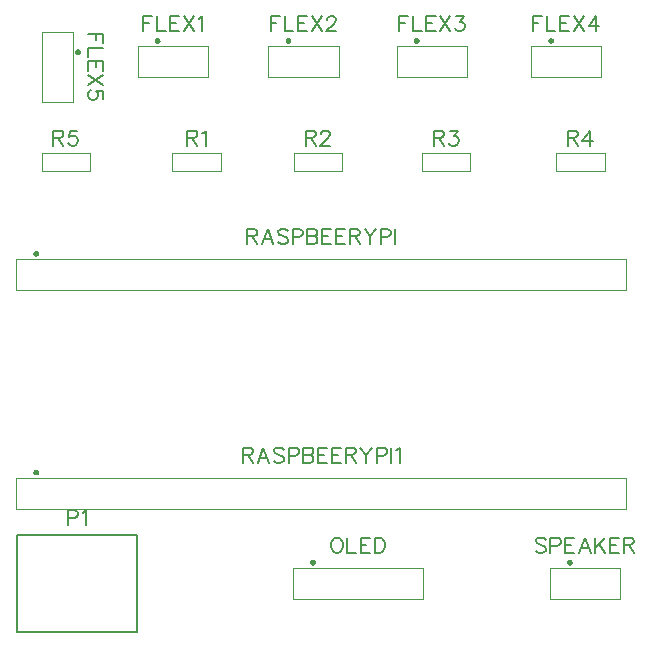
<source format=gbr>
G04 DipTrace 4.2.0.1*
G04 TopSilk.gbr*
%MOIN*%
G04 #@! TF.FileFunction,Legend,Top*
G04 #@! TF.Part,Single*
%ADD10C,0.004724*%
%ADD18C,0.005*%
%ADD40C,0.00772*%
%FSLAX26Y26*%
G04*
G70*
G90*
G75*
G01*
G04 TopSilk*
%LPD*%
X1110860Y2486315D2*
D10*
Y2381591D1*
X1344718D1*
Y2486315D1*
X1110860D1*
G36*
X1168104Y2503087D2*
X1168187Y2504351D1*
X1168434Y2505593D1*
X1168841Y2506793D1*
X1169401Y2507929D1*
X1170105Y2508982D1*
X1170940Y2509935D1*
X1171893Y2510770D1*
X1172946Y2511474D1*
X1174082Y2512034D1*
X1175282Y2512442D1*
X1176525Y2512689D1*
X1177789Y2512772D1*
X1179053Y2512689D1*
X1180295Y2512442D1*
X1181495Y2512034D1*
X1182631Y2511474D1*
X1183685Y2510770D1*
X1184637Y2509935D1*
X1185472Y2508982D1*
X1186176Y2507929D1*
X1186737Y2506793D1*
X1187144Y2505593D1*
X1187391Y2504351D1*
X1187474Y2503087D1*
D1*
X1187391Y2501822D1*
X1187144Y2500580D1*
X1186737Y2499380D1*
X1186176Y2498244D1*
X1185472Y2497191D1*
X1184637Y2496238D1*
X1183685Y2495403D1*
X1182631Y2494699D1*
X1181495Y2494139D1*
X1180295Y2493732D1*
X1179053Y2493484D1*
X1177789Y2493402D1*
X1176525Y2493484D1*
X1175282Y2493732D1*
X1174082Y2494139D1*
X1172946Y2494699D1*
X1171893Y2495403D1*
X1170940Y2496238D1*
X1170105Y2497191D1*
X1169401Y2498244D1*
X1168841Y2499380D1*
X1168434Y2500580D1*
X1168187Y2501822D1*
X1168104Y2503087D1*
D1*
G37*
X1547134Y2486315D2*
D10*
Y2381591D1*
X1780992D1*
Y2486315D1*
X1547134D1*
G36*
X1604378Y2503087D2*
X1604461Y2504351D1*
X1604708Y2505593D1*
X1605115Y2506793D1*
X1605676Y2507929D1*
X1606379Y2508982D1*
X1607215Y2509935D1*
X1608167Y2510770D1*
X1609220Y2511474D1*
X1610357Y2512034D1*
X1611556Y2512442D1*
X1612799Y2512689D1*
X1614063Y2512772D1*
X1615327Y2512689D1*
X1616570Y2512442D1*
X1617769Y2512034D1*
X1618906Y2511474D1*
X1619959Y2510770D1*
X1620911Y2509935D1*
X1621747Y2508982D1*
X1622450Y2507929D1*
X1623011Y2506793D1*
X1623418Y2505593D1*
X1623665Y2504351D1*
X1623748Y2503087D1*
D1*
X1623665Y2501822D1*
X1623418Y2500580D1*
X1623011Y2499380D1*
X1622450Y2498244D1*
X1621747Y2497191D1*
X1620911Y2496238D1*
X1619959Y2495403D1*
X1618906Y2494699D1*
X1617769Y2494139D1*
X1616570Y2493732D1*
X1615327Y2493484D1*
X1614063Y2493402D1*
X1612799Y2493484D1*
X1611556Y2493732D1*
X1610357Y2494139D1*
X1609220Y2494699D1*
X1608167Y2495403D1*
X1607215Y2496238D1*
X1606379Y2497191D1*
X1605676Y2498244D1*
X1605115Y2499380D1*
X1604708Y2500580D1*
X1604461Y2501822D1*
X1604378Y2503087D1*
D1*
G37*
X1975113Y2486315D2*
D10*
Y2381591D1*
X2208971D1*
Y2486315D1*
X1975113D1*
G36*
X2032357Y2503087D2*
X2032440Y2504351D1*
X2032687Y2505593D1*
X2033094Y2506793D1*
X2033655Y2507929D1*
X2034358Y2508982D1*
X2035194Y2509935D1*
X2036146Y2510770D1*
X2037199Y2511474D1*
X2038336Y2512034D1*
X2039535Y2512442D1*
X2040778Y2512689D1*
X2042042Y2512772D1*
X2043306Y2512689D1*
X2044549Y2512442D1*
X2045748Y2512034D1*
X2046885Y2511474D1*
X2047938Y2510770D1*
X2048890Y2509935D1*
X2049726Y2508982D1*
X2050429Y2507929D1*
X2050990Y2506793D1*
X2051397Y2505593D1*
X2051644Y2504351D1*
X2051727Y2503087D1*
D1*
X2051644Y2501822D1*
X2051397Y2500580D1*
X2050990Y2499380D1*
X2050429Y2498244D1*
X2049726Y2497191D1*
X2048890Y2496238D1*
X2047938Y2495403D1*
X2046885Y2494699D1*
X2045748Y2494139D1*
X2044549Y2493732D1*
X2043306Y2493484D1*
X2042042Y2493402D1*
X2040778Y2493484D1*
X2039535Y2493732D1*
X2038336Y2494139D1*
X2037199Y2494699D1*
X2036146Y2495403D1*
X2035194Y2496238D1*
X2034358Y2497191D1*
X2033655Y2498244D1*
X2033094Y2499380D1*
X2032687Y2500580D1*
X2032440Y2501822D1*
X2032357Y2503087D1*
D1*
G37*
X2422049Y2486315D2*
D10*
Y2381591D1*
X2655907D1*
Y2486315D1*
X2422049D1*
G36*
X2479293Y2503087D2*
X2479376Y2504351D1*
X2479623Y2505593D1*
X2480030Y2506793D1*
X2480590Y2507929D1*
X2481294Y2508982D1*
X2482129Y2509935D1*
X2483082Y2510770D1*
X2484135Y2511474D1*
X2485271Y2512034D1*
X2486471Y2512442D1*
X2487714Y2512689D1*
X2488978Y2512772D1*
X2490242Y2512689D1*
X2491484Y2512442D1*
X2492684Y2512034D1*
X2493820Y2511474D1*
X2494874Y2510770D1*
X2495826Y2509935D1*
X2496661Y2508982D1*
X2497365Y2507929D1*
X2497925Y2506793D1*
X2498333Y2505593D1*
X2498580Y2504351D1*
X2498663Y2503087D1*
D1*
X2498580Y2501822D1*
X2498333Y2500580D1*
X2497925Y2499380D1*
X2497365Y2498244D1*
X2496661Y2497191D1*
X2495826Y2496238D1*
X2494874Y2495403D1*
X2493820Y2494699D1*
X2492684Y2494139D1*
X2491484Y2493732D1*
X2490242Y2493484D1*
X2488978Y2493402D1*
X2487714Y2493484D1*
X2486471Y2493732D1*
X2485271Y2494139D1*
X2484135Y2494699D1*
X2483082Y2495403D1*
X2482129Y2496238D1*
X2481294Y2497191D1*
X2480590Y2498244D1*
X2480030Y2499380D1*
X2479623Y2500580D1*
X2479376Y2501822D1*
X2479293Y2503087D1*
D1*
G37*
X895512Y2532909D2*
D10*
X790787D1*
Y2299051D1*
X895512D1*
Y2532909D1*
G36*
X912283Y2475665D2*
X913548Y2475582D1*
X914790Y2475335D1*
X915990Y2474928D1*
X917126Y2474368D1*
X918179Y2473664D1*
X919132Y2472829D1*
X919967Y2471876D1*
X920671Y2470823D1*
X921231Y2469687D1*
X921638Y2468487D1*
X921886Y2467244D1*
X921969Y2465980D1*
X921886Y2464716D1*
X921638Y2463474D1*
X921231Y2462274D1*
X920671Y2461138D1*
X919967Y2460084D1*
X919132Y2459132D1*
X918179Y2458297D1*
X917126Y2457593D1*
X915990Y2457033D1*
X914790Y2456625D1*
X913548Y2456378D1*
X912283Y2456295D1*
D1*
X911019Y2456378D1*
X909777Y2456625D1*
X908577Y2457033D1*
X907441Y2457593D1*
X906388Y2458297D1*
X905435Y2459132D1*
X904600Y2460084D1*
X903896Y2461138D1*
X903336Y2462274D1*
X902928Y2463474D1*
X902681Y2464716D1*
X902598Y2465980D1*
X902681Y2467244D1*
X902928Y2468487D1*
X903336Y2469687D1*
X903896Y2470823D1*
X904600Y2471876D1*
X905435Y2472829D1*
X906388Y2473664D1*
X907441Y2474368D1*
X908577Y2474928D1*
X909777Y2475335D1*
X911019Y2475582D1*
X912283Y2475665D1*
D1*
G37*
X1628619Y747228D2*
D10*
Y642504D1*
X2062478D1*
Y747228D1*
X1628619D1*
G36*
X1685864Y764000D2*
X1685946Y765264D1*
X1686194Y766507D1*
X1686601Y767706D1*
X1687161Y768843D1*
X1687865Y769896D1*
X1688700Y770848D1*
X1689653Y771684D1*
X1690706Y772387D1*
X1691842Y772948D1*
X1693042Y773355D1*
X1694284Y773602D1*
X1695549Y773685D1*
X1696813Y773602D1*
X1698055Y773355D1*
X1699255Y772948D1*
X1700391Y772387D1*
X1701444Y771684D1*
X1702397Y770848D1*
X1703232Y769896D1*
X1703936Y768843D1*
X1704496Y767706D1*
X1704904Y766507D1*
X1705151Y765264D1*
X1705234Y764000D1*
D1*
X1705151Y762736D1*
X1704904Y761493D1*
X1704496Y760294D1*
X1703936Y759157D1*
X1703232Y758104D1*
X1702397Y757152D1*
X1701444Y756316D1*
X1700391Y755613D1*
X1699255Y755052D1*
X1698055Y754645D1*
X1696813Y754398D1*
X1695549Y754315D1*
X1694284Y754398D1*
X1693042Y754645D1*
X1691842Y755052D1*
X1690706Y755613D1*
X1689653Y756316D1*
X1688700Y757152D1*
X1687865Y758104D1*
X1687161Y759157D1*
X1686601Y760294D1*
X1686194Y761493D1*
X1685946Y762736D1*
X1685864Y764000D1*
D1*
G37*
X709302Y856283D2*
D18*
X1109302D1*
Y572819D1*
Y533449D1*
X709302D1*
Y572819D1*
Y856283D1*
X1387524Y2071039D2*
D10*
Y2131039D1*
X1227224Y2071039D2*
X1387524D1*
X1227224D2*
Y2131039D1*
X1387524D1*
X1792441Y2071039D2*
Y2131039D1*
X1632142Y2071039D2*
X1792441D1*
X1632142D2*
Y2131039D1*
X1792441D1*
X2220420Y2071039D2*
Y2131039D1*
X2060121Y2071039D2*
X2220420D1*
X2060121D2*
Y2131039D1*
X2220420D1*
X2667356Y2071039D2*
Y2131039D1*
X2507056Y2071039D2*
X2667356D1*
X2507056D2*
Y2131039D1*
X2667356D1*
X951575Y2071039D2*
Y2131039D1*
X791276Y2071039D2*
X951575D1*
X791276D2*
Y2131039D1*
X951575D1*
X706268Y1776796D2*
Y1672072D1*
X2740126D1*
Y1776796D1*
X706268D1*
G36*
X763512Y1793568D2*
X763595Y1794832D1*
X763842Y1796074D1*
X764249Y1797274D1*
X764809Y1798410D1*
X765513Y1799464D1*
X766348Y1800416D1*
X767301Y1801251D1*
X768354Y1801955D1*
X769491Y1802516D1*
X770690Y1802923D1*
X771933Y1803170D1*
X773197Y1803253D1*
X774461Y1803170D1*
X775704Y1802923D1*
X776903Y1802516D1*
X778039Y1801955D1*
X779093Y1801251D1*
X780045Y1800416D1*
X780881Y1799464D1*
X781584Y1798410D1*
X782145Y1797274D1*
X782552Y1796074D1*
X782799Y1794832D1*
X782882Y1793568D1*
D1*
X782799Y1792304D1*
X782552Y1791061D1*
X782145Y1789861D1*
X781584Y1788725D1*
X780881Y1787672D1*
X780045Y1786719D1*
X779093Y1785884D1*
X778039Y1785180D1*
X776903Y1784620D1*
X775704Y1784213D1*
X774461Y1783966D1*
X773197Y1783883D1*
X771933Y1783966D1*
X770690Y1784213D1*
X769491Y1784620D1*
X768354Y1785180D1*
X767301Y1785884D1*
X766348Y1786719D1*
X765513Y1787672D1*
X764809Y1788725D1*
X764249Y1789861D1*
X763842Y1791061D1*
X763595Y1792304D1*
X763512Y1793568D1*
D1*
G37*
X706268Y1047730D2*
D10*
Y943006D1*
X2740126D1*
Y1047730D1*
X706268D1*
G36*
X763512Y1064502D2*
X763595Y1065766D1*
X763842Y1067009D1*
X764249Y1068208D1*
X764809Y1069345D1*
X765513Y1070398D1*
X766348Y1071350D1*
X767301Y1072186D1*
X768354Y1072890D1*
X769491Y1073450D1*
X770690Y1073857D1*
X771933Y1074104D1*
X773197Y1074187D1*
X774461Y1074104D1*
X775704Y1073857D1*
X776903Y1073450D1*
X778039Y1072890D1*
X779093Y1072186D1*
X780045Y1071350D1*
X780881Y1070398D1*
X781584Y1069345D1*
X782145Y1068208D1*
X782552Y1067009D1*
X782799Y1065766D1*
X782882Y1064502D1*
D1*
X782799Y1063238D1*
X782552Y1061995D1*
X782145Y1060796D1*
X781584Y1059660D1*
X780881Y1058606D1*
X780045Y1057654D1*
X779093Y1056818D1*
X778039Y1056115D1*
X776903Y1055554D1*
X775704Y1055147D1*
X774461Y1054900D1*
X773197Y1054817D1*
X771933Y1054900D1*
X770690Y1055147D1*
X769491Y1055554D1*
X768354Y1056115D1*
X767301Y1056818D1*
X766348Y1057654D1*
X765513Y1058606D1*
X764809Y1059660D1*
X764249Y1060796D1*
X763842Y1061995D1*
X763595Y1063238D1*
X763512Y1064502D1*
D1*
G37*
X2484831Y747228D2*
D10*
Y642504D1*
X2718689D1*
Y747228D1*
X2484831D1*
G36*
X2542075Y764000D2*
X2542158Y765264D1*
X2542405Y766507D1*
X2542812Y767706D1*
X2543372Y768843D1*
X2544076Y769896D1*
X2544911Y770848D1*
X2545864Y771684D1*
X2546917Y772387D1*
X2548054Y772948D1*
X2549253Y773355D1*
X2550496Y773602D1*
X2551760Y773685D1*
X2553024Y773602D1*
X2554267Y773355D1*
X2555466Y772948D1*
X2556602Y772387D1*
X2557656Y771684D1*
X2558608Y770848D1*
X2559444Y769896D1*
X2560147Y768843D1*
X2560708Y767706D1*
X2561115Y766507D1*
X2561362Y765264D1*
X2561445Y764000D1*
D1*
X2561362Y762736D1*
X2561115Y761493D1*
X2560708Y760294D1*
X2560147Y759157D1*
X2559444Y758104D1*
X2558608Y757152D1*
X2557656Y756316D1*
X2556602Y755613D1*
X2555466Y755052D1*
X2554267Y754645D1*
X2553024Y754398D1*
X2551760Y754315D1*
X2550496Y754398D1*
X2549253Y754645D1*
X2548054Y755052D1*
X2546917Y755613D1*
X2545864Y756316D1*
X2544911Y757152D1*
X2544076Y758104D1*
X2543372Y759157D1*
X2542812Y760294D1*
X2542405Y761493D1*
X2542158Y762736D1*
X2542075Y764000D1*
D1*
G37*
X1159852Y2585995D2*
D40*
X1128735D1*
Y2535755D1*
Y2562063D2*
X1147859D1*
X1175291Y2585995D2*
Y2535755D1*
X1203976D1*
X1250477Y2585995D2*
X1219415D1*
Y2535755D1*
X1250477D1*
X1219415Y2562063D2*
X1238539D1*
X1265916Y2585995D2*
X1299409Y2535755D1*
Y2585995D2*
X1265916Y2535755D1*
X1314849Y2576378D2*
X1319657Y2578810D1*
X1326842Y2585939D1*
Y2535755D1*
X1585376Y2585995D2*
X1554260D1*
Y2535755D1*
Y2562063D2*
X1573383D1*
X1600816Y2585995D2*
Y2535755D1*
X1629500D1*
X1676001Y2585995D2*
X1644940D1*
Y2535755D1*
X1676001D1*
X1644940Y2562063D2*
X1664063D1*
X1691440Y2585995D2*
X1724934Y2535755D1*
Y2585995D2*
X1691440Y2535755D1*
X1742805Y2574001D2*
Y2576378D1*
X1745181Y2581186D1*
X1747558Y2583563D1*
X1752367Y2585939D1*
X1761928D1*
X1766681Y2583563D1*
X1769058Y2581186D1*
X1771490Y2576378D1*
Y2571625D1*
X1769058Y2566816D1*
X1764305Y2559686D1*
X1740373Y2535755D1*
X1773866D1*
X2013355Y2585995D2*
X1982239D1*
Y2535755D1*
Y2562063D2*
X2001362D1*
X2028795Y2585995D2*
Y2535755D1*
X2057479D1*
X2103980Y2585995D2*
X2072919D1*
Y2535755D1*
X2103980D1*
X2072919Y2562063D2*
X2092042D1*
X2119419Y2585995D2*
X2152913Y2535755D1*
Y2585995D2*
X2119419Y2535755D1*
X2173160Y2585939D2*
X2199414D1*
X2185099Y2566816D1*
X2192284D1*
X2197037Y2564440D1*
X2199414Y2562063D1*
X2201845Y2554878D1*
Y2550125D1*
X2199414Y2542940D1*
X2194660Y2538131D1*
X2187475Y2535755D1*
X2180290D1*
X2173160Y2538131D1*
X2170784Y2540563D1*
X2168352Y2545316D1*
X2459103Y2585995D2*
X2427986D1*
Y2535755D1*
Y2562063D2*
X2447109D1*
X2474542Y2585995D2*
Y2535755D1*
X2503227D1*
X2549728Y2585995D2*
X2518666D1*
Y2535755D1*
X2549728D1*
X2518666Y2562063D2*
X2537789D1*
X2565167Y2585995D2*
X2598660Y2535755D1*
Y2585995D2*
X2565167Y2535755D1*
X2638031D2*
Y2585939D1*
X2614099Y2552501D1*
X2649969D1*
X995192Y2494667D2*
Y2525784D1*
X944952D1*
X971260D2*
Y2506660D1*
X995192Y2479228D2*
X944952D1*
Y2450543D1*
X995192Y2404042D2*
Y2435104D1*
X944952D1*
Y2404042D1*
X971260Y2435104D2*
Y2415980D1*
X995192Y2388603D2*
X944952Y2355110D1*
X995192D2*
X944952Y2388603D1*
X995136Y2310985D2*
Y2334862D1*
X973636Y2337238D1*
X976013Y2334862D1*
X978445Y2327677D1*
Y2320547D1*
X976013Y2313362D1*
X971260Y2308554D1*
X964075Y2306177D1*
X959322D1*
X952137Y2308554D1*
X947328Y2313362D1*
X944952Y2320547D1*
Y2327677D1*
X947328Y2334862D1*
X949760Y2337238D1*
X954513Y2339670D1*
X1771017Y846908D2*
X1766208Y844532D1*
X1761455Y839723D1*
X1759023Y834970D1*
X1756647Y827785D1*
Y815791D1*
X1759023Y808662D1*
X1761455Y803853D1*
X1766208Y799100D1*
X1771017Y796668D1*
X1780578D1*
X1785331Y799100D1*
X1790140Y803853D1*
X1792517Y808662D1*
X1794893Y815791D1*
Y827785D1*
X1792517Y834970D1*
X1790140Y839723D1*
X1785331Y844532D1*
X1780578Y846908D1*
X1771017D1*
X1810332D2*
Y796668D1*
X1839017D1*
X1885518Y846908D2*
X1854456D1*
Y796668D1*
X1885518D1*
X1854456Y822976D2*
X1873580D1*
X1900957Y846908D2*
Y796668D1*
X1917704D1*
X1924889Y799100D1*
X1929697Y803853D1*
X1932074Y808662D1*
X1934451Y815791D1*
Y827785D1*
X1932074Y834970D1*
X1929697Y839723D1*
X1924889Y844532D1*
X1917704Y846908D1*
X1900957D1*
X878839Y913041D2*
X900394D1*
X907524Y915417D1*
X909956Y917849D1*
X912332Y922602D1*
Y929787D1*
X909956Y934541D1*
X907524Y936972D1*
X900394Y939349D1*
X878839D1*
Y889109D1*
X927771Y929732D2*
X932580Y932164D1*
X939765Y939294D1*
Y889109D1*
X1276911Y2180331D2*
X1298411D1*
X1305596Y2182763D1*
X1308028Y2185139D1*
X1310404Y2189892D1*
Y2194701D1*
X1308028Y2199454D1*
X1305596Y2201886D1*
X1298411Y2204262D1*
X1276911D1*
Y2154022D1*
X1293658Y2180331D2*
X1310404Y2154022D1*
X1325844Y2194646D2*
X1330652Y2197077D1*
X1337837Y2204207D1*
Y2154022D1*
X1671078Y2180331D2*
X1692578D1*
X1699763Y2182763D1*
X1702195Y2185139D1*
X1704572Y2189892D1*
Y2194701D1*
X1702195Y2199454D1*
X1699763Y2201886D1*
X1692578Y2204262D1*
X1671078D1*
Y2154022D1*
X1687825Y2180331D2*
X1704572Y2154022D1*
X1722443Y2192269D2*
Y2194646D1*
X1724819Y2199454D1*
X1727196Y2201831D1*
X1732004Y2204207D1*
X1741566D1*
X1746319Y2201831D1*
X1748696Y2199454D1*
X1751128Y2194646D1*
Y2189892D1*
X1748696Y2185084D1*
X1743943Y2177954D1*
X1720011Y2154022D1*
X1753504D1*
X2099057Y2180331D2*
X2120557D1*
X2127742Y2182763D1*
X2130174Y2185139D1*
X2132551Y2189892D1*
Y2194701D1*
X2130174Y2199454D1*
X2127742Y2201886D1*
X2120557Y2204262D1*
X2099057D1*
Y2154022D1*
X2115804Y2180331D2*
X2132551Y2154022D1*
X2152798Y2204207D2*
X2179051D1*
X2164737Y2185084D1*
X2171922D1*
X2176675Y2182707D1*
X2179051Y2180331D1*
X2181483Y2173146D1*
Y2168393D1*
X2179051Y2161207D1*
X2174298Y2156399D1*
X2167113Y2154022D1*
X2159928D1*
X2152798Y2156399D1*
X2150422Y2158831D1*
X2147990Y2163584D1*
X2544805Y2180331D2*
X2566305D1*
X2573490Y2182763D1*
X2575922Y2185139D1*
X2578298Y2189892D1*
Y2194701D1*
X2575922Y2199454D1*
X2573490Y2201886D1*
X2566305Y2204262D1*
X2544805D1*
Y2154022D1*
X2561551Y2180331D2*
X2578298Y2154022D1*
X2617669D2*
Y2204207D1*
X2593737Y2170769D1*
X2629607D1*
X830212Y2180331D2*
X851712D1*
X858897Y2182763D1*
X861329Y2185139D1*
X863706Y2189892D1*
Y2194701D1*
X861329Y2199454D1*
X858897Y2201886D1*
X851712Y2204262D1*
X830212D1*
Y2154022D1*
X846959Y2180331D2*
X863706Y2154022D1*
X907830Y2204207D2*
X883953D1*
X881577Y2182707D1*
X883953Y2185084D1*
X891138Y2187516D1*
X898268D1*
X905453Y2185084D1*
X910262Y2180331D1*
X912638Y2173146D1*
Y2168393D1*
X910262Y2161207D1*
X905453Y2156399D1*
X898268Y2154022D1*
X891138D1*
X883953Y2156399D1*
X881577Y2158831D1*
X879145Y2163584D1*
X1476185Y1852544D2*
X1497685D1*
X1504870Y1854976D1*
X1507302Y1857353D1*
X1509678Y1862106D1*
Y1866914D1*
X1507302Y1871667D1*
X1504870Y1874099D1*
X1497685Y1876476D1*
X1476185D1*
Y1826236D1*
X1492932Y1852544D2*
X1509678Y1826236D1*
X1563419D2*
X1544241Y1876476D1*
X1525118Y1826236D1*
X1532303Y1842983D2*
X1556234D1*
X1612352Y1869291D2*
X1607599Y1874099D1*
X1600414Y1876476D1*
X1590852D1*
X1583667Y1874099D1*
X1578859Y1869291D1*
Y1864538D1*
X1581290Y1859729D1*
X1583667Y1857353D1*
X1588420Y1854976D1*
X1602790Y1850168D1*
X1607599Y1847791D1*
X1609975Y1845359D1*
X1612352Y1840606D1*
Y1833421D1*
X1607599Y1828668D1*
X1600414Y1826236D1*
X1590852D1*
X1583667Y1828668D1*
X1578859Y1833421D1*
X1627791Y1850168D2*
X1649346D1*
X1656476Y1852544D1*
X1658908Y1854976D1*
X1661285Y1859729D1*
Y1866914D1*
X1658908Y1871667D1*
X1656476Y1874099D1*
X1649346Y1876476D1*
X1627791D1*
Y1826236D1*
X1676724Y1876476D2*
Y1826236D1*
X1698279D1*
X1705464Y1828668D1*
X1707841Y1831044D1*
X1710217Y1835797D1*
Y1842983D1*
X1707841Y1847791D1*
X1705464Y1850168D1*
X1698279Y1852544D1*
X1705464Y1854976D1*
X1707841Y1857353D1*
X1710217Y1862106D1*
Y1866914D1*
X1707841Y1871667D1*
X1705464Y1874099D1*
X1698279Y1876476D1*
X1676724D1*
Y1852544D2*
X1698279D1*
X1756718Y1876476D2*
X1725656D1*
Y1826236D1*
X1756718D1*
X1725656Y1852544D2*
X1744780D1*
X1803219Y1876476D2*
X1772157D1*
Y1826236D1*
X1803219D1*
X1772157Y1852544D2*
X1791280D1*
X1818658D2*
X1840158D1*
X1847343Y1854976D1*
X1849775Y1857353D1*
X1852151Y1862106D1*
Y1866914D1*
X1849775Y1871667D1*
X1847343Y1874099D1*
X1840158Y1876476D1*
X1818658D1*
Y1826236D1*
X1835404Y1852544D2*
X1852151Y1826236D1*
X1867590Y1876476D2*
X1886714Y1852544D1*
Y1826236D1*
X1905837Y1876476D2*
X1886714Y1852544D1*
X1921276Y1850168D2*
X1942831D1*
X1949961Y1852544D1*
X1952393Y1854976D1*
X1954769Y1859729D1*
Y1866914D1*
X1952393Y1871667D1*
X1949961Y1874099D1*
X1942831Y1876476D1*
X1921276D1*
Y1826236D1*
X1970209Y1876476D2*
Y1826236D1*
X1462469Y1123479D2*
X1483968D1*
X1491153Y1125910D1*
X1493585Y1128287D1*
X1495962Y1133040D1*
Y1137849D1*
X1493585Y1142602D1*
X1491153Y1145034D1*
X1483968Y1147410D1*
X1462469D1*
Y1097170D1*
X1479215Y1123479D2*
X1495962Y1097170D1*
X1549703D2*
X1530524Y1147410D1*
X1511401Y1097170D1*
X1518586Y1113917D2*
X1542518D1*
X1598636Y1140225D2*
X1593882Y1145034D1*
X1586697Y1147410D1*
X1577136D1*
X1569951Y1145034D1*
X1565142Y1140225D1*
Y1135472D1*
X1567574Y1130664D1*
X1569951Y1128287D1*
X1574704Y1125910D1*
X1589074Y1121102D1*
X1593882Y1118725D1*
X1596259Y1116294D1*
X1598636Y1111540D1*
Y1104355D1*
X1593882Y1099602D1*
X1586697Y1097170D1*
X1577136D1*
X1569951Y1099602D1*
X1565142Y1104355D1*
X1614075Y1121102D2*
X1635630D1*
X1642760Y1123479D1*
X1645192Y1125910D1*
X1647568Y1130664D1*
Y1137849D1*
X1645192Y1142602D1*
X1642760Y1145034D1*
X1635630Y1147410D1*
X1614075D1*
Y1097170D1*
X1663007Y1147410D2*
Y1097170D1*
X1684563D1*
X1691748Y1099602D1*
X1694124Y1101979D1*
X1696501Y1106732D1*
Y1113917D1*
X1694124Y1118725D1*
X1691748Y1121102D1*
X1684563Y1123479D1*
X1691748Y1125910D1*
X1694124Y1128287D1*
X1696501Y1133040D1*
Y1137849D1*
X1694124Y1142602D1*
X1691748Y1145034D1*
X1684563Y1147410D1*
X1663007D1*
Y1123479D2*
X1684563D1*
X1743001Y1147410D2*
X1711940D1*
Y1097170D1*
X1743001D1*
X1711940Y1123479D2*
X1731063D1*
X1789502Y1147410D2*
X1758441D1*
Y1097170D1*
X1789502D1*
X1758441Y1123479D2*
X1777564D1*
X1804941D2*
X1826441D1*
X1833626Y1125910D1*
X1836058Y1128287D1*
X1838435Y1133040D1*
Y1137849D1*
X1836058Y1142602D1*
X1833626Y1145034D1*
X1826441Y1147410D1*
X1804941D1*
Y1097170D1*
X1821688Y1123479D2*
X1838435Y1097170D1*
X1853874Y1147410D2*
X1872997Y1123479D1*
Y1097170D1*
X1892121Y1147410D2*
X1872997Y1123479D1*
X1907560Y1121102D2*
X1929115D1*
X1936245Y1123479D1*
X1938677Y1125910D1*
X1941053Y1130664D1*
Y1137849D1*
X1938677Y1142602D1*
X1936245Y1145034D1*
X1929115Y1147410D1*
X1907560D1*
Y1097170D1*
X1956492Y1147410D2*
Y1097170D1*
X1971932Y1137793D2*
X1976740Y1140225D1*
X1983925Y1147355D1*
Y1097170D1*
X2471736Y839723D2*
X2466983Y844532D1*
X2459798Y846908D1*
X2450237D1*
X2443052Y844532D1*
X2438243Y839723D1*
Y834970D1*
X2440675Y830161D1*
X2443052Y827785D1*
X2447805Y825408D1*
X2462175Y820600D1*
X2466983Y818223D1*
X2469360Y815791D1*
X2471736Y811038D1*
Y803853D1*
X2466983Y799100D1*
X2459798Y796668D1*
X2450237D1*
X2443052Y799100D1*
X2438243Y803853D1*
X2487176Y820600D2*
X2508731D1*
X2515861Y822976D1*
X2518292Y825408D1*
X2520669Y830161D1*
Y837346D1*
X2518292Y842100D1*
X2515861Y844532D1*
X2508731Y846908D1*
X2487176D1*
Y796668D1*
X2567170Y846908D2*
X2536108D1*
Y796668D1*
X2567170D1*
X2536108Y822976D2*
X2555231D1*
X2620911Y796668D2*
X2601732Y846908D1*
X2582609Y796668D1*
X2589794Y813415D2*
X2613726D1*
X2636350Y846908D2*
Y796668D1*
X2669843Y846908D2*
X2636350Y813415D1*
X2648288Y825408D2*
X2669843Y796668D1*
X2716344Y846908D2*
X2685283D1*
Y796668D1*
X2716344D1*
X2685283Y822976D2*
X2704406D1*
X2731783D2*
X2753283D1*
X2760468Y825408D1*
X2762900Y827785D1*
X2765277Y832538D1*
Y837346D1*
X2762900Y842100D1*
X2760468Y844532D1*
X2753283Y846908D1*
X2731783D1*
Y796668D1*
X2748530Y822976D2*
X2765277Y796668D1*
M02*

</source>
